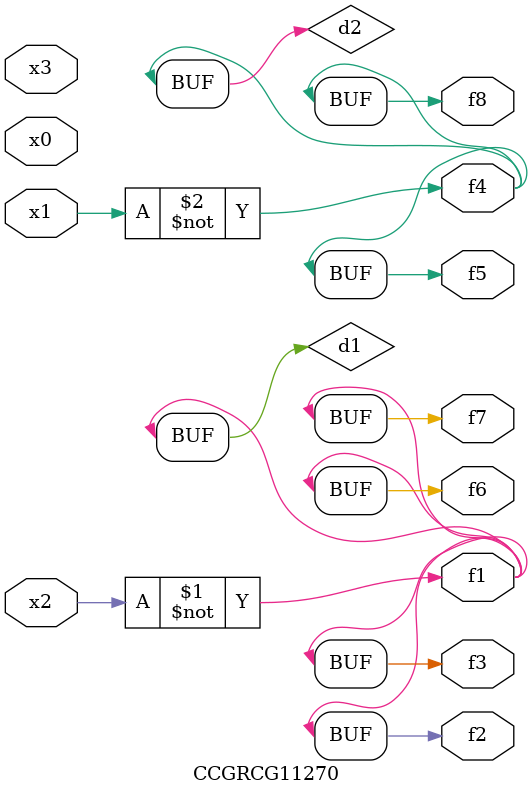
<source format=v>
module CCGRCG11270(
	input x0, x1, x2, x3,
	output f1, f2, f3, f4, f5, f6, f7, f8
);

	wire d1, d2;

	xnor (d1, x2);
	not (d2, x1);
	assign f1 = d1;
	assign f2 = d1;
	assign f3 = d1;
	assign f4 = d2;
	assign f5 = d2;
	assign f6 = d1;
	assign f7 = d1;
	assign f8 = d2;
endmodule

</source>
